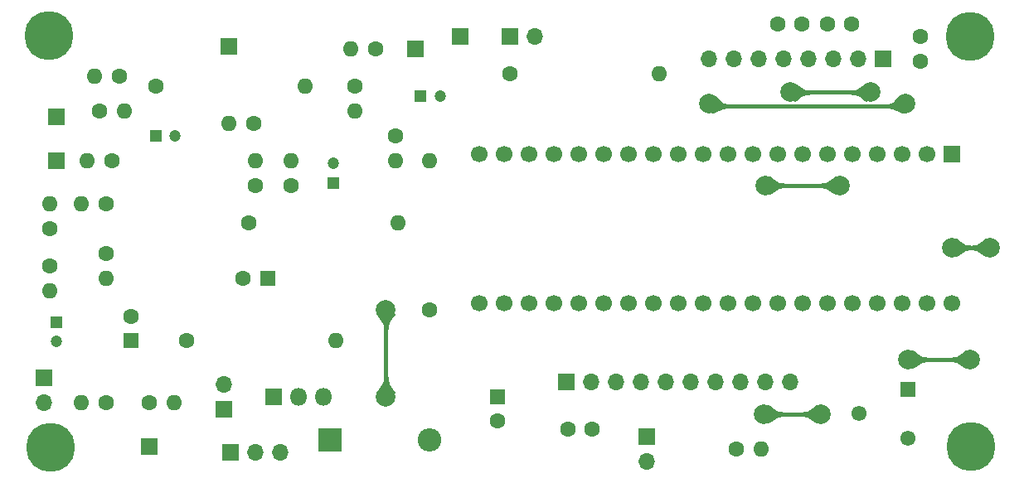
<source format=gtl>
%TF.GenerationSoftware,KiCad,Pcbnew,(5.1.10)-1*%
%TF.CreationDate,2021-06-08T18:49:46-04:00*%
%TF.ProjectId,PSU_main,5053555f-6d61-4696-9e2e-6b696361645f,rev?*%
%TF.SameCoordinates,Original*%
%TF.FileFunction,Copper,L1,Top*%
%TF.FilePolarity,Positive*%
%FSLAX46Y46*%
G04 Gerber Fmt 4.6, Leading zero omitted, Abs format (unit mm)*
G04 Created by KiCad (PCBNEW (5.1.10)-1) date 2021-06-08 18:49:46*
%MOMM*%
%LPD*%
G01*
G04 APERTURE LIST*
%TA.AperFunction,ComponentPad*%
%ADD10C,1.700000*%
%TD*%
%TA.AperFunction,ComponentPad*%
%ADD11R,1.700000X1.700000*%
%TD*%
%TA.AperFunction,ComponentPad*%
%ADD12O,1.600000X1.600000*%
%TD*%
%TA.AperFunction,ComponentPad*%
%ADD13C,1.600000*%
%TD*%
%TA.AperFunction,ComponentPad*%
%ADD14O,1.700000X1.700000*%
%TD*%
%TA.AperFunction,ComponentPad*%
%ADD15C,1.550000*%
%TD*%
%TA.AperFunction,ComponentPad*%
%ADD16R,1.550000X1.550000*%
%TD*%
%TA.AperFunction,ComponentPad*%
%ADD17C,1.200000*%
%TD*%
%TA.AperFunction,ComponentPad*%
%ADD18R,1.200000X1.200000*%
%TD*%
%TA.AperFunction,ComponentPad*%
%ADD19R,1.600000X1.600000*%
%TD*%
%TA.AperFunction,ComponentPad*%
%ADD20R,2.400000X2.400000*%
%TD*%
%TA.AperFunction,ComponentPad*%
%ADD21O,2.400000X2.400000*%
%TD*%
%TA.AperFunction,ComponentPad*%
%ADD22R,1.800000X1.800000*%
%TD*%
%TA.AperFunction,ComponentPad*%
%ADD23O,1.800000X1.800000*%
%TD*%
%TA.AperFunction,ViaPad*%
%ADD24C,5.000000*%
%TD*%
%TA.AperFunction,ViaPad*%
%ADD25C,2.000000*%
%TD*%
%TA.AperFunction,Conductor*%
%ADD26C,0.406400*%
%TD*%
%TA.AperFunction,Conductor*%
%ADD27C,0.025400*%
%TD*%
%TA.AperFunction,Conductor*%
%ADD28C,0.100000*%
%TD*%
G04 APERTURE END LIST*
D10*
%TO.P,BP1,40*%
%TO.N,GND*%
X179705000Y-106045000D03*
D11*
%TO.P,BP1,1*%
%TO.N,Net-(BP?1-Pad1)*%
X179705000Y-90805000D03*
D10*
%TO.P,BP1,39*%
%TO.N,GND*%
X177165000Y-106045000D03*
%TO.P,BP1,2*%
%TO.N,Net-(BP?1-Pad2)*%
X177165000Y-90805000D03*
%TO.P,BP1,38*%
%TO.N,+3V3*%
X174625000Y-106045000D03*
%TO.P,BP1,3*%
%TO.N,Net-(BP?1-Pad3)*%
X174625000Y-90805000D03*
%TO.P,BP1,37*%
%TO.N,Net-(BP?1-Pad37)*%
X172085000Y-106045000D03*
%TO.P,BP1,4*%
%TO.N,Net-(BP?1-Pad4)*%
X172085000Y-90805000D03*
%TO.P,BP1,36*%
%TO.N,Net-(BP?1-Pad36)*%
X169545000Y-106045000D03*
%TO.P,BP1,5*%
%TO.N,Net-(BP?1-Pad5)*%
X169545000Y-90805000D03*
%TO.P,BP1,35*%
%TO.N,Net-(BP?1-Pad35)*%
X167005000Y-106045000D03*
%TO.P,BP1,6*%
%TO.N,Net-(BP?1-Pad6)*%
X167005000Y-90805000D03*
%TO.P,BP1,34*%
%TO.N,Net-(BP?1-Pad34)*%
X164465000Y-106045000D03*
%TO.P,BP1,7*%
%TO.N,A10*%
X164465000Y-90805000D03*
%TO.P,BP1,33*%
%TO.N,Net-(BP?1-Pad33)*%
X161925000Y-106045000D03*
%TO.P,BP1,8*%
%TO.N,Net-(BP?1-Pad8)*%
X161925000Y-90805000D03*
%TO.P,BP1,32*%
%TO.N,A7*%
X159385000Y-106045000D03*
%TO.P,BP1,9*%
%TO.N,Net-(BP?1-Pad9)*%
X159385000Y-90805000D03*
%TO.P,BP1,31*%
%TO.N,A6*%
X156845000Y-106045000D03*
%TO.P,BP1,10*%
%TO.N,Net-(BP?1-Pad10)*%
X156845000Y-90805000D03*
%TO.P,BP1,30*%
%TO.N,Net-(BP?1-Pad30)*%
X154305000Y-106045000D03*
%TO.P,BP1,11*%
%TO.N,Net-(BP?1-Pad11)*%
X154305000Y-90805000D03*
%TO.P,BP1,29*%
%TO.N,Net-(BP?1-Pad29)*%
X151765000Y-106045000D03*
%TO.P,BP1,12*%
%TO.N,B4*%
X151765000Y-90805000D03*
%TO.P,BP1,28*%
%TO.N,Net-(BP?1-Pad28)*%
X149225000Y-106045000D03*
%TO.P,BP1,13*%
%TO.N,Net-(BP?1-Pad13)*%
X149225000Y-90805000D03*
%TO.P,BP1,27*%
%TO.N,Net-(BP?1-Pad27)*%
X146685000Y-106045000D03*
%TO.P,BP1,14*%
%TO.N,Net-(BP?1-Pad14)*%
X146685000Y-90805000D03*
%TO.P,BP1,26*%
%TO.N,A1*%
X144145000Y-106045000D03*
%TO.P,BP1,15*%
%TO.N,Net-(BP?1-Pad15)*%
X144145000Y-90805000D03*
%TO.P,BP1,25*%
%TO.N,A0*%
X141605000Y-106045000D03*
%TO.P,BP1,16*%
%TO.N,Net-(BP?1-Pad16)*%
X141605000Y-90805000D03*
%TO.P,BP1,24*%
%TO.N,Net-(BP?1-Pad24)*%
X139065000Y-106045000D03*
%TO.P,BP1,17*%
%TO.N,Net-(BP?1-Pad17)*%
X139065000Y-90805000D03*
%TO.P,BP1,23*%
%TO.N,Net-(BP?1-Pad23)*%
X136525000Y-106045000D03*
%TO.P,BP1,18*%
%TO.N,+5V*%
X136525000Y-90805000D03*
%TO.P,BP1,22*%
%TO.N,Net-(BP?1-Pad22)*%
X133985000Y-106045000D03*
%TO.P,BP1,19*%
%TO.N,GND*%
X133985000Y-90805000D03*
%TO.P,BP1,21*%
%TO.N,Net-(BP?1-Pad21)*%
X131445000Y-106045000D03*
%TO.P,BP1,20*%
%TO.N,Net-(BP?1-Pad20)*%
X131445000Y-90805000D03*
%TD*%
D12*
%TO.P,R13,2*%
%TO.N,GND*%
X118745000Y-86360000D03*
D13*
%TO.P,R13,1*%
%TO.N,Net-(R12-Pad2)*%
X118745000Y-83820000D03*
%TD*%
D12*
%TO.P,R21,2*%
%TO.N,GND*%
X100330000Y-116205000D03*
D13*
%TO.P,R21,1*%
%TO.N,Net-(J13-Pad1)*%
X97790000Y-116205000D03*
%TD*%
D11*
%TO.P,J10,1*%
%TO.N,GND*%
X140335000Y-114046000D03*
D14*
%TO.P,J10,2*%
%TO.N,+5V*%
X142875000Y-114046000D03*
%TO.P,J10,3*%
%TO.N,Net-(J10-Pad3)*%
X145415000Y-114046000D03*
%TO.P,J10,4*%
%TO.N,Net-(BP?1-Pad29)*%
X147955000Y-114046000D03*
%TO.P,J10,5*%
%TO.N,Net-(BP?1-Pad30)*%
X150495000Y-114046000D03*
%TO.P,J10,6*%
%TO.N,Net-(BP?1-Pad33)*%
X153035000Y-114046000D03*
%TO.P,J10,7*%
%TO.N,Net-(BP?1-Pad34)*%
X155575000Y-114046000D03*
%TO.P,J10,8*%
%TO.N,Net-(BP?1-Pad35)*%
X158115000Y-114046000D03*
%TO.P,J10,9*%
%TO.N,Net-(BP?1-Pad36)*%
X160655000Y-114046000D03*
%TO.P,J10,10*%
%TO.N,Net-(J10-Pad10)*%
X163195000Y-114046000D03*
%TD*%
D15*
%TO.P,RV1,3*%
%TO.N,GND*%
X175260000Y-119808000D03*
D16*
%TO.P,RV1,1*%
%TO.N,+5V*%
X175260000Y-114808000D03*
D15*
%TO.P,RV1,2*%
%TO.N,Net-(J10-Pad3)*%
X170260000Y-117308000D03*
%TD*%
D11*
%TO.P,J13,1*%
%TO.N,Net-(J13-Pad1)*%
X97790000Y-120650000D03*
%TD*%
D13*
%TO.P,C5,1*%
%TO.N,+5V*%
X143002000Y-118872000D03*
%TO.P,C5,2*%
%TO.N,GND*%
X140502000Y-118872000D03*
%TD*%
D14*
%TO.P,J12,2*%
%TO.N,GND*%
X148590000Y-122174000D03*
D11*
%TO.P,J12,1*%
%TO.N,+5V*%
X148590000Y-119634000D03*
%TD*%
D17*
%TO.P,C1,2*%
%TO.N,GND*%
X116586000Y-91726000D03*
D18*
%TO.P,C1,1*%
%TO.N,Net-(C1-Pad1)*%
X116586000Y-93726000D03*
%TD*%
%TO.P,C2,1*%
%TO.N,Net-(C2-Pad1)*%
X125476000Y-84836000D03*
D17*
%TO.P,C2,2*%
%TO.N,GND*%
X127476000Y-84836000D03*
%TD*%
D18*
%TO.P,C3,1*%
%TO.N,Net-(C3-Pad1)*%
X88265000Y-107950000D03*
D17*
%TO.P,C3,2*%
%TO.N,GND*%
X88265000Y-109950000D03*
%TD*%
%TO.P,C4,2*%
%TO.N,GND*%
X100425000Y-88900000D03*
D18*
%TO.P,C4,1*%
%TO.N,Net-(C4-Pad1)*%
X98425000Y-88900000D03*
%TD*%
D13*
%TO.P,C6,2*%
%TO.N,GND*%
X95885000Y-107355000D03*
D19*
%TO.P,C6,1*%
%TO.N,+12V*%
X95885000Y-109855000D03*
%TD*%
%TO.P,C7,1*%
%TO.N,+5V*%
X133350000Y-115570000D03*
D13*
%TO.P,C7,2*%
%TO.N,GND*%
X133350000Y-118070000D03*
%TD*%
D19*
%TO.P,C8,1*%
%TO.N,GND*%
X109855000Y-103505000D03*
D13*
%TO.P,C8,2*%
%TO.N,11*%
X107355000Y-103505000D03*
%TD*%
%TO.P,C9,2*%
%TO.N,Net-(BP?1-Pad5)*%
X164425000Y-77470000D03*
%TO.P,C9,1*%
%TO.N,GND*%
X161925000Y-77470000D03*
%TD*%
%TO.P,C10,2*%
%TO.N,GND*%
X169505000Y-77470000D03*
%TO.P,C10,1*%
%TO.N,Net-(BP?1-Pad10)*%
X167005000Y-77470000D03*
%TD*%
%TO.P,C11,1*%
%TO.N,GND*%
X176530000Y-81280000D03*
%TO.P,C11,2*%
%TO.N,Net-(BP?1-Pad6)*%
X176530000Y-78780000D03*
%TD*%
D20*
%TO.P,D1,1*%
%TO.N,Net-(D1-Pad1)*%
X116205000Y-120015000D03*
D21*
%TO.P,D1,2*%
%TO.N,11*%
X126365000Y-120015000D03*
%TD*%
D11*
%TO.P,J1,1*%
%TO.N,Net-(J1-Pad1)*%
X88265000Y-86995000D03*
%TD*%
%TO.P,J2,1*%
%TO.N,Net-(J2-Pad1)*%
X88265000Y-91440000D03*
%TD*%
%TO.P,J4,1*%
%TO.N,Net-(C2-Pad1)*%
X124968000Y-80010000D03*
%TD*%
%TO.P,J5,1*%
%TO.N,Net-(J5-Pad1)*%
X105918000Y-79756000D03*
%TD*%
%TO.P,J6,1*%
%TO.N,GND*%
X172720000Y-81026000D03*
D14*
%TO.P,J6,2*%
%TO.N,Net-(BP?1-Pad6)*%
X170180000Y-81026000D03*
%TO.P,J6,3*%
%TO.N,Net-(BP?1-Pad10)*%
X167640000Y-81026000D03*
%TO.P,J6,4*%
%TO.N,Net-(BP?1-Pad5)*%
X165100000Y-81026000D03*
%TO.P,J6,5*%
%TO.N,Net-(BP?1-Pad11)*%
X162560000Y-81026000D03*
%TO.P,J6,6*%
%TO.N,Net-(BP?1-Pad17)*%
X160020000Y-81026000D03*
%TO.P,J6,7*%
%TO.N,Net-(BP?1-Pad16)*%
X157480000Y-81026000D03*
%TO.P,J6,8*%
%TO.N,+3V3*%
X154940000Y-81026000D03*
%TD*%
%TO.P,J7,2*%
%TO.N,Net-(J7-Pad2)*%
X105410000Y-114300000D03*
D11*
%TO.P,J7,1*%
%TO.N,+12V*%
X105410000Y-116840000D03*
%TD*%
%TO.P,J8,1*%
%TO.N,Net-(J8-Pad1)*%
X129540000Y-78740000D03*
%TD*%
D14*
%TO.P,J9,2*%
%TO.N,GND*%
X137160000Y-78740000D03*
D11*
%TO.P,J9,1*%
%TO.N,Net-(J8-Pad1)*%
X134620000Y-78740000D03*
%TD*%
D14*
%TO.P,J11,2*%
%TO.N,GND*%
X86995000Y-116205000D03*
D11*
%TO.P,J11,1*%
%TO.N,Vout*%
X86995000Y-113665000D03*
%TD*%
%TO.P,J14,1*%
%TO.N,+12V*%
X106045000Y-121285000D03*
D14*
%TO.P,J14,2*%
%TO.N,GND*%
X108585000Y-121285000D03*
%TO.P,J14,3*%
%TO.N,Net-(D1-Pad1)*%
X111125000Y-121285000D03*
%TD*%
D22*
%TO.P,Q1,1*%
%TO.N,GND*%
X110490000Y-115570000D03*
D23*
%TO.P,Q1,2*%
%TO.N,Net-(J7-Pad2)*%
X113030000Y-115570000D03*
%TO.P,Q1,3*%
%TO.N,Net-(Q1-Pad3)*%
X115570000Y-115570000D03*
%TD*%
D13*
%TO.P,R2,1*%
%TO.N,Net-(C1-Pad1)*%
X107950000Y-97790000D03*
D12*
%TO.P,R2,2*%
%TO.N,A6*%
X123190000Y-97790000D03*
%TD*%
%TO.P,R17,2*%
%TO.N,A10*%
X126365000Y-91440000D03*
D13*
%TO.P,R17,1*%
%TO.N,Net-(Q1-Pad3)*%
X126365000Y-106680000D03*
%TD*%
D12*
%TO.P,R18,2*%
%TO.N,B4*%
X149860000Y-82550000D03*
D13*
%TO.P,R18,1*%
%TO.N,Net-(J8-Pad1)*%
X134620000Y-82550000D03*
%TD*%
%TO.P,R9,1*%
%TO.N,Net-(R9-Pad1)*%
X93345000Y-100965000D03*
D12*
%TO.P,R9,2*%
%TO.N,Net-(C3-Pad1)*%
X93345000Y-103505000D03*
%TD*%
D13*
%TO.P,R1,1*%
%TO.N,Net-(J1-Pad1)*%
X93345000Y-95885000D03*
D12*
%TO.P,R1,2*%
%TO.N,Net-(J2-Pad1)*%
X90805000Y-95885000D03*
%TD*%
D13*
%TO.P,R4,1*%
%TO.N,Net-(R4-Pad1)*%
X93980000Y-91440000D03*
D12*
%TO.P,R4,2*%
%TO.N,Net-(J1-Pad1)*%
X91440000Y-91440000D03*
%TD*%
%TO.P,R3,2*%
%TO.N,Vout*%
X87630000Y-104775000D03*
D13*
%TO.P,R3,1*%
%TO.N,Net-(R3-Pad1)*%
X87630000Y-102235000D03*
%TD*%
%TO.P,R5,1*%
%TO.N,Net-(R3-Pad1)*%
X87630000Y-98425000D03*
D12*
%TO.P,R5,2*%
%TO.N,GND*%
X87630000Y-95885000D03*
%TD*%
D13*
%TO.P,R11,1*%
%TO.N,Net-(R11-Pad1)*%
X108585000Y-93980000D03*
D12*
%TO.P,R11,2*%
%TO.N,Net-(R11-Pad2)*%
X108585000Y-91440000D03*
%TD*%
%TO.P,R7,2*%
%TO.N,GND*%
X112268000Y-91440000D03*
D13*
%TO.P,R7,1*%
%TO.N,Net-(R11-Pad1)*%
X112268000Y-93980000D03*
%TD*%
%TO.P,R16,1*%
%TO.N,Net-(R11-Pad2)*%
X108458000Y-87630000D03*
D12*
%TO.P,R16,2*%
%TO.N,Net-(J5-Pad1)*%
X105918000Y-87630000D03*
%TD*%
D13*
%TO.P,R6,1*%
%TO.N,Net-(R10-Pad1)*%
X94742000Y-82854800D03*
D12*
%TO.P,R6,2*%
%TO.N,GND*%
X92202000Y-82854800D03*
%TD*%
D13*
%TO.P,R10,1*%
%TO.N,Net-(R10-Pad1)*%
X92710000Y-86360000D03*
D12*
%TO.P,R10,2*%
%TO.N,Net-(C4-Pad1)*%
X95250000Y-86360000D03*
%TD*%
D13*
%TO.P,R15,1*%
%TO.N,Net-(C4-Pad1)*%
X98425000Y-83820000D03*
D12*
%TO.P,R15,2*%
%TO.N,A1*%
X113665000Y-83820000D03*
%TD*%
D13*
%TO.P,R14,1*%
%TO.N,Net-(C3-Pad1)*%
X101600000Y-109855000D03*
D12*
%TO.P,R14,2*%
%TO.N,A0*%
X116840000Y-109855000D03*
%TD*%
D13*
%TO.P,R8,1*%
%TO.N,Net-(C2-Pad1)*%
X122936000Y-88900000D03*
D12*
%TO.P,R8,2*%
%TO.N,A7*%
X122936000Y-91440000D03*
%TD*%
D13*
%TO.P,R12,1*%
%TO.N,Net-(C2-Pad1)*%
X120904000Y-80010000D03*
D12*
%TO.P,R12,2*%
%TO.N,Net-(R12-Pad2)*%
X118364000Y-80010000D03*
%TD*%
D13*
%TO.P,R19,1*%
%TO.N,+5V*%
X157734000Y-120904000D03*
D12*
%TO.P,R19,2*%
%TO.N,Net-(J10-Pad10)*%
X160274000Y-120904000D03*
%TD*%
D13*
%TO.P,R20,1*%
%TO.N,Net-(J13-Pad1)*%
X93345000Y-116205000D03*
D12*
%TO.P,R20,2*%
%TO.N,Vout*%
X90805000Y-116205000D03*
%TD*%
D24*
%TO.N,*%
X181648100Y-120637300D03*
X181610000Y-78727300D03*
X87515700Y-78701900D03*
X87668100Y-120713500D03*
D25*
%TO.N,+3V3*%
X154940000Y-85598000D03*
X179705000Y-100330000D03*
X183642000Y-100330000D03*
X175006000Y-85598000D03*
%TO.N,Net-(BP?1-Pad5)*%
X163195000Y-84455000D03*
X171450000Y-84455000D03*
%TO.N,+5V*%
X160655000Y-93980000D03*
X168275000Y-93980000D03*
X181610000Y-111760000D03*
X175260000Y-111760000D03*
%TO.N,Net-(J10-Pad3)*%
X160528000Y-117348000D03*
X166370000Y-117348000D03*
%TO.N,Net-(Q1-Pad3)*%
X121920000Y-115570000D03*
X121920000Y-106680000D03*
%TD*%
D26*
%TO.N,+3V3*%
X174745799Y-85858201D02*
X175006000Y-85598000D01*
X155200201Y-85858201D02*
X174745799Y-85858201D01*
X154940000Y-85598000D02*
X155200201Y-85858201D01*
X179705000Y-100330000D02*
X183642000Y-100330000D01*
%TO.N,Net-(BP?1-Pad5)*%
X163195000Y-84455000D02*
X171450000Y-84455000D01*
%TO.N,+5V*%
X160655000Y-93980000D02*
X168275000Y-93980000D01*
X175260000Y-111760000D02*
X181610000Y-111760000D01*
%TO.N,Net-(J10-Pad3)*%
X160528000Y-117348000D02*
X166370000Y-117348000D01*
%TO.N,Net-(Q1-Pad3)*%
X121920000Y-115570000D02*
X121920000Y-106680000D01*
%TD*%
D27*
%TO.N,+3V3*%
X155725531Y-84980994D02*
X155843925Y-85104791D01*
X155948412Y-85220961D01*
X155948494Y-85221052D01*
X156046291Y-85327688D01*
X156046818Y-85328230D01*
X156145129Y-85423385D01*
X156146206Y-85424316D01*
X156252375Y-85506196D01*
X156254007Y-85507265D01*
X156375374Y-85574074D01*
X156377334Y-85574946D01*
X156521240Y-85624890D01*
X156523154Y-85625391D01*
X156696941Y-85656673D01*
X156698540Y-85656857D01*
X156897501Y-85667066D01*
X156897501Y-86049211D01*
X156655760Y-86059120D01*
X156654559Y-86059226D01*
X156443241Y-86088133D01*
X156441926Y-86088384D01*
X156263542Y-86132306D01*
X156262302Y-86132679D01*
X156107183Y-86188138D01*
X156106259Y-86188510D01*
X155964736Y-86252025D01*
X155964303Y-86252229D01*
X155826709Y-86320318D01*
X155683795Y-86389298D01*
X155525793Y-86455782D01*
X155342973Y-86516380D01*
X155133968Y-86565706D01*
X154474764Y-85473227D01*
X155592233Y-84857190D01*
X155725531Y-84980994D01*
%TA.AperFunction,Conductor*%
D28*
G36*
X155725531Y-84980994D02*
G01*
X155843925Y-85104791D01*
X155948412Y-85220961D01*
X155948494Y-85221052D01*
X156046291Y-85327688D01*
X156046818Y-85328230D01*
X156145129Y-85423385D01*
X156146206Y-85424316D01*
X156252375Y-85506196D01*
X156254007Y-85507265D01*
X156375374Y-85574074D01*
X156377334Y-85574946D01*
X156521240Y-85624890D01*
X156523154Y-85625391D01*
X156696941Y-85656673D01*
X156698540Y-85656857D01*
X156897501Y-85667066D01*
X156897501Y-86049211D01*
X156655760Y-86059120D01*
X156654559Y-86059226D01*
X156443241Y-86088133D01*
X156441926Y-86088384D01*
X156263542Y-86132306D01*
X156262302Y-86132679D01*
X156107183Y-86188138D01*
X156106259Y-86188510D01*
X155964736Y-86252025D01*
X155964303Y-86252229D01*
X155826709Y-86320318D01*
X155683795Y-86389298D01*
X155525793Y-86455782D01*
X155342973Y-86516380D01*
X155133968Y-86565706D01*
X154474764Y-85473227D01*
X155592233Y-84857190D01*
X155725531Y-84980994D01*
G37*
%TD.AperFunction*%
%TD*%
D27*
%TO.N,+3V3*%
X175471236Y-85473227D02*
X174812032Y-86565706D01*
X174603026Y-86516380D01*
X174420206Y-86455782D01*
X174262204Y-86389298D01*
X174119290Y-86320318D01*
X173981696Y-86252229D01*
X173981263Y-86252025D01*
X173839740Y-86188510D01*
X173838816Y-86188138D01*
X173683697Y-86132679D01*
X173682457Y-86132306D01*
X173504073Y-86088384D01*
X173502758Y-86088133D01*
X173291440Y-86059226D01*
X173290239Y-86059120D01*
X173048499Y-86049211D01*
X173048499Y-85667066D01*
X173247459Y-85656857D01*
X173249058Y-85656673D01*
X173422845Y-85625391D01*
X173424759Y-85624890D01*
X173568665Y-85574946D01*
X173570625Y-85574074D01*
X173691992Y-85507265D01*
X173693624Y-85506196D01*
X173799793Y-85424316D01*
X173800870Y-85423385D01*
X173899181Y-85328230D01*
X173899708Y-85327688D01*
X173997505Y-85221052D01*
X173997587Y-85220961D01*
X174102074Y-85104791D01*
X174220468Y-84980994D01*
X174353767Y-84857190D01*
X175471236Y-85473227D01*
%TA.AperFunction,Conductor*%
D28*
G36*
X175471236Y-85473227D02*
G01*
X174812032Y-86565706D01*
X174603026Y-86516380D01*
X174420206Y-86455782D01*
X174262204Y-86389298D01*
X174119290Y-86320318D01*
X173981696Y-86252229D01*
X173981263Y-86252025D01*
X173839740Y-86188510D01*
X173838816Y-86188138D01*
X173683697Y-86132679D01*
X173682457Y-86132306D01*
X173504073Y-86088384D01*
X173502758Y-86088133D01*
X173291440Y-86059226D01*
X173290239Y-86059120D01*
X173048499Y-86049211D01*
X173048499Y-85667066D01*
X173247459Y-85656857D01*
X173249058Y-85656673D01*
X173422845Y-85625391D01*
X173424759Y-85624890D01*
X173568665Y-85574946D01*
X173570625Y-85574074D01*
X173691992Y-85507265D01*
X173693624Y-85506196D01*
X173799793Y-85424316D01*
X173800870Y-85423385D01*
X173899181Y-85328230D01*
X173899708Y-85327688D01*
X173997505Y-85221052D01*
X173997587Y-85220961D01*
X174102074Y-85104791D01*
X174220468Y-84980994D01*
X174353767Y-84857190D01*
X175471236Y-85473227D01*
G37*
%TD.AperFunction*%
%TD*%
D27*
%TO.N,+3V3*%
X180317832Y-99539343D02*
X180470984Y-99637618D01*
X180603595Y-99733833D01*
X180724544Y-99825622D01*
X180724809Y-99825817D01*
X180842526Y-99910441D01*
X180843341Y-99910980D01*
X180966498Y-99985865D01*
X180967827Y-99986569D01*
X181105168Y-100049197D01*
X181106804Y-100049811D01*
X181267073Y-100097664D01*
X181268709Y-100098037D01*
X181460649Y-100128596D01*
X181462059Y-100128740D01*
X181682300Y-100138926D01*
X181682300Y-100521074D01*
X181462059Y-100531259D01*
X181460649Y-100531403D01*
X181268709Y-100561962D01*
X181267073Y-100562335D01*
X181106804Y-100610188D01*
X181105168Y-100610802D01*
X180967827Y-100673430D01*
X180966498Y-100674134D01*
X180843341Y-100749019D01*
X180842526Y-100749558D01*
X180724809Y-100834182D01*
X180724544Y-100834377D01*
X180603595Y-100926166D01*
X180470984Y-101022381D01*
X180317832Y-101120656D01*
X180143030Y-101214439D01*
X179223322Y-100330000D01*
X180143030Y-99445561D01*
X180317832Y-99539343D01*
%TA.AperFunction,Conductor*%
D28*
G36*
X180317832Y-99539343D02*
G01*
X180470984Y-99637618D01*
X180603595Y-99733833D01*
X180724544Y-99825622D01*
X180724809Y-99825817D01*
X180842526Y-99910441D01*
X180843341Y-99910980D01*
X180966498Y-99985865D01*
X180967827Y-99986569D01*
X181105168Y-100049197D01*
X181106804Y-100049811D01*
X181267073Y-100097664D01*
X181268709Y-100098037D01*
X181460649Y-100128596D01*
X181462059Y-100128740D01*
X181682300Y-100138926D01*
X181682300Y-100521074D01*
X181462059Y-100531259D01*
X181460649Y-100531403D01*
X181268709Y-100561962D01*
X181267073Y-100562335D01*
X181106804Y-100610188D01*
X181105168Y-100610802D01*
X180967827Y-100673430D01*
X180966498Y-100674134D01*
X180843341Y-100749019D01*
X180842526Y-100749558D01*
X180724809Y-100834182D01*
X180724544Y-100834377D01*
X180603595Y-100926166D01*
X180470984Y-101022381D01*
X180317832Y-101120656D01*
X180143030Y-101214439D01*
X179223322Y-100330000D01*
X180143030Y-99445561D01*
X180317832Y-99539343D01*
G37*
%TD.AperFunction*%
%TD*%
D27*
%TO.N,+3V3*%
X184123678Y-100330000D02*
X183203970Y-101214439D01*
X183029167Y-101120656D01*
X182876015Y-101022381D01*
X182743404Y-100926166D01*
X182622455Y-100834377D01*
X182622190Y-100834182D01*
X182504473Y-100749558D01*
X182503658Y-100749019D01*
X182380501Y-100674134D01*
X182379172Y-100673430D01*
X182241831Y-100610802D01*
X182240195Y-100610188D01*
X182079926Y-100562335D01*
X182078290Y-100561962D01*
X181886350Y-100531403D01*
X181884940Y-100531259D01*
X181664700Y-100521074D01*
X181664700Y-100138926D01*
X181884940Y-100128740D01*
X181886350Y-100128596D01*
X182078290Y-100098037D01*
X182079926Y-100097664D01*
X182240195Y-100049811D01*
X182241831Y-100049197D01*
X182379172Y-99986569D01*
X182380501Y-99985865D01*
X182503658Y-99910980D01*
X182504473Y-99910441D01*
X182622190Y-99825817D01*
X182622455Y-99825622D01*
X182743404Y-99733833D01*
X182876015Y-99637618D01*
X183029167Y-99539343D01*
X183203970Y-99445561D01*
X184123678Y-100330000D01*
%TA.AperFunction,Conductor*%
D28*
G36*
X184123678Y-100330000D02*
G01*
X183203970Y-101214439D01*
X183029167Y-101120656D01*
X182876015Y-101022381D01*
X182743404Y-100926166D01*
X182622455Y-100834377D01*
X182622190Y-100834182D01*
X182504473Y-100749558D01*
X182503658Y-100749019D01*
X182380501Y-100674134D01*
X182379172Y-100673430D01*
X182241831Y-100610802D01*
X182240195Y-100610188D01*
X182079926Y-100562335D01*
X182078290Y-100561962D01*
X181886350Y-100531403D01*
X181884940Y-100531259D01*
X181664700Y-100521074D01*
X181664700Y-100138926D01*
X181884940Y-100128740D01*
X181886350Y-100128596D01*
X182078290Y-100098037D01*
X182079926Y-100097664D01*
X182240195Y-100049811D01*
X182241831Y-100049197D01*
X182379172Y-99986569D01*
X182380501Y-99985865D01*
X182503658Y-99910980D01*
X182504473Y-99910441D01*
X182622190Y-99825817D01*
X182622455Y-99825622D01*
X182743404Y-99733833D01*
X182876015Y-99637618D01*
X183029167Y-99539343D01*
X183203970Y-99445561D01*
X184123678Y-100330000D01*
G37*
%TD.AperFunction*%
%TD*%
D27*
%TO.N,Net-(BP?1-Pad5)*%
X163807832Y-83664343D02*
X163960984Y-83762618D01*
X164093595Y-83858833D01*
X164214544Y-83950622D01*
X164214809Y-83950817D01*
X164332526Y-84035441D01*
X164333341Y-84035980D01*
X164456498Y-84110865D01*
X164457827Y-84111569D01*
X164595168Y-84174197D01*
X164596804Y-84174811D01*
X164757073Y-84222664D01*
X164758709Y-84223037D01*
X164950649Y-84253596D01*
X164952059Y-84253740D01*
X165172300Y-84263926D01*
X165172300Y-84646074D01*
X164952059Y-84656259D01*
X164950649Y-84656403D01*
X164758709Y-84686962D01*
X164757073Y-84687335D01*
X164596804Y-84735188D01*
X164595168Y-84735802D01*
X164457827Y-84798430D01*
X164456498Y-84799134D01*
X164333341Y-84874019D01*
X164332526Y-84874558D01*
X164214809Y-84959182D01*
X164214544Y-84959377D01*
X164093595Y-85051166D01*
X163960984Y-85147381D01*
X163807832Y-85245656D01*
X163633030Y-85339439D01*
X162713322Y-84455000D01*
X163633030Y-83570561D01*
X163807832Y-83664343D01*
%TA.AperFunction,Conductor*%
D28*
G36*
X163807832Y-83664343D02*
G01*
X163960984Y-83762618D01*
X164093595Y-83858833D01*
X164214544Y-83950622D01*
X164214809Y-83950817D01*
X164332526Y-84035441D01*
X164333341Y-84035980D01*
X164456498Y-84110865D01*
X164457827Y-84111569D01*
X164595168Y-84174197D01*
X164596804Y-84174811D01*
X164757073Y-84222664D01*
X164758709Y-84223037D01*
X164950649Y-84253596D01*
X164952059Y-84253740D01*
X165172300Y-84263926D01*
X165172300Y-84646074D01*
X164952059Y-84656259D01*
X164950649Y-84656403D01*
X164758709Y-84686962D01*
X164757073Y-84687335D01*
X164596804Y-84735188D01*
X164595168Y-84735802D01*
X164457827Y-84798430D01*
X164456498Y-84799134D01*
X164333341Y-84874019D01*
X164332526Y-84874558D01*
X164214809Y-84959182D01*
X164214544Y-84959377D01*
X164093595Y-85051166D01*
X163960984Y-85147381D01*
X163807832Y-85245656D01*
X163633030Y-85339439D01*
X162713322Y-84455000D01*
X163633030Y-83570561D01*
X163807832Y-83664343D01*
G37*
%TD.AperFunction*%
%TD*%
D27*
%TO.N,Net-(BP?1-Pad5)*%
X171931678Y-84455000D02*
X171011970Y-85339439D01*
X170837167Y-85245656D01*
X170684015Y-85147381D01*
X170551404Y-85051166D01*
X170430455Y-84959377D01*
X170430190Y-84959182D01*
X170312473Y-84874558D01*
X170311658Y-84874019D01*
X170188501Y-84799134D01*
X170187172Y-84798430D01*
X170049831Y-84735802D01*
X170048195Y-84735188D01*
X169887926Y-84687335D01*
X169886290Y-84686962D01*
X169694350Y-84656403D01*
X169692940Y-84656259D01*
X169472700Y-84646074D01*
X169472700Y-84263926D01*
X169692940Y-84253740D01*
X169694350Y-84253596D01*
X169886290Y-84223037D01*
X169887926Y-84222664D01*
X170048195Y-84174811D01*
X170049831Y-84174197D01*
X170187172Y-84111569D01*
X170188501Y-84110865D01*
X170311658Y-84035980D01*
X170312473Y-84035441D01*
X170430190Y-83950817D01*
X170430455Y-83950622D01*
X170551404Y-83858833D01*
X170684015Y-83762618D01*
X170837167Y-83664343D01*
X171011970Y-83570561D01*
X171931678Y-84455000D01*
%TA.AperFunction,Conductor*%
D28*
G36*
X171931678Y-84455000D02*
G01*
X171011970Y-85339439D01*
X170837167Y-85245656D01*
X170684015Y-85147381D01*
X170551404Y-85051166D01*
X170430455Y-84959377D01*
X170430190Y-84959182D01*
X170312473Y-84874558D01*
X170311658Y-84874019D01*
X170188501Y-84799134D01*
X170187172Y-84798430D01*
X170049831Y-84735802D01*
X170048195Y-84735188D01*
X169887926Y-84687335D01*
X169886290Y-84686962D01*
X169694350Y-84656403D01*
X169692940Y-84656259D01*
X169472700Y-84646074D01*
X169472700Y-84263926D01*
X169692940Y-84253740D01*
X169694350Y-84253596D01*
X169886290Y-84223037D01*
X169887926Y-84222664D01*
X170048195Y-84174811D01*
X170049831Y-84174197D01*
X170187172Y-84111569D01*
X170188501Y-84110865D01*
X170311658Y-84035980D01*
X170312473Y-84035441D01*
X170430190Y-83950817D01*
X170430455Y-83950622D01*
X170551404Y-83858833D01*
X170684015Y-83762618D01*
X170837167Y-83664343D01*
X171011970Y-83570561D01*
X171931678Y-84455000D01*
G37*
%TD.AperFunction*%
%TD*%
D27*
%TO.N,+5V*%
X161267832Y-93189343D02*
X161420984Y-93287618D01*
X161553595Y-93383833D01*
X161674544Y-93475622D01*
X161674809Y-93475817D01*
X161792526Y-93560441D01*
X161793341Y-93560980D01*
X161916498Y-93635865D01*
X161917827Y-93636569D01*
X162055168Y-93699197D01*
X162056804Y-93699811D01*
X162217073Y-93747664D01*
X162218709Y-93748037D01*
X162410649Y-93778596D01*
X162412059Y-93778740D01*
X162632300Y-93788926D01*
X162632300Y-94171074D01*
X162412059Y-94181259D01*
X162410649Y-94181403D01*
X162218709Y-94211962D01*
X162217073Y-94212335D01*
X162056804Y-94260188D01*
X162055168Y-94260802D01*
X161917827Y-94323430D01*
X161916498Y-94324134D01*
X161793341Y-94399019D01*
X161792526Y-94399558D01*
X161674809Y-94484182D01*
X161674544Y-94484377D01*
X161553595Y-94576166D01*
X161420984Y-94672381D01*
X161267832Y-94770656D01*
X161093030Y-94864439D01*
X160173322Y-93980000D01*
X161093030Y-93095561D01*
X161267832Y-93189343D01*
%TA.AperFunction,Conductor*%
D28*
G36*
X161267832Y-93189343D02*
G01*
X161420984Y-93287618D01*
X161553595Y-93383833D01*
X161674544Y-93475622D01*
X161674809Y-93475817D01*
X161792526Y-93560441D01*
X161793341Y-93560980D01*
X161916498Y-93635865D01*
X161917827Y-93636569D01*
X162055168Y-93699197D01*
X162056804Y-93699811D01*
X162217073Y-93747664D01*
X162218709Y-93748037D01*
X162410649Y-93778596D01*
X162412059Y-93778740D01*
X162632300Y-93788926D01*
X162632300Y-94171074D01*
X162412059Y-94181259D01*
X162410649Y-94181403D01*
X162218709Y-94211962D01*
X162217073Y-94212335D01*
X162056804Y-94260188D01*
X162055168Y-94260802D01*
X161917827Y-94323430D01*
X161916498Y-94324134D01*
X161793341Y-94399019D01*
X161792526Y-94399558D01*
X161674809Y-94484182D01*
X161674544Y-94484377D01*
X161553595Y-94576166D01*
X161420984Y-94672381D01*
X161267832Y-94770656D01*
X161093030Y-94864439D01*
X160173322Y-93980000D01*
X161093030Y-93095561D01*
X161267832Y-93189343D01*
G37*
%TD.AperFunction*%
%TD*%
D27*
%TO.N,+5V*%
X168756678Y-93980000D02*
X167836970Y-94864439D01*
X167662167Y-94770656D01*
X167509015Y-94672381D01*
X167376404Y-94576166D01*
X167255455Y-94484377D01*
X167255190Y-94484182D01*
X167137473Y-94399558D01*
X167136658Y-94399019D01*
X167013501Y-94324134D01*
X167012172Y-94323430D01*
X166874831Y-94260802D01*
X166873195Y-94260188D01*
X166712926Y-94212335D01*
X166711290Y-94211962D01*
X166519350Y-94181403D01*
X166517940Y-94181259D01*
X166297700Y-94171074D01*
X166297700Y-93788926D01*
X166517940Y-93778740D01*
X166519350Y-93778596D01*
X166711290Y-93748037D01*
X166712926Y-93747664D01*
X166873195Y-93699811D01*
X166874831Y-93699197D01*
X167012172Y-93636569D01*
X167013501Y-93635865D01*
X167136658Y-93560980D01*
X167137473Y-93560441D01*
X167255190Y-93475817D01*
X167255455Y-93475622D01*
X167376404Y-93383833D01*
X167509015Y-93287618D01*
X167662167Y-93189343D01*
X167836970Y-93095561D01*
X168756678Y-93980000D01*
%TA.AperFunction,Conductor*%
D28*
G36*
X168756678Y-93980000D02*
G01*
X167836970Y-94864439D01*
X167662167Y-94770656D01*
X167509015Y-94672381D01*
X167376404Y-94576166D01*
X167255455Y-94484377D01*
X167255190Y-94484182D01*
X167137473Y-94399558D01*
X167136658Y-94399019D01*
X167013501Y-94324134D01*
X167012172Y-94323430D01*
X166874831Y-94260802D01*
X166873195Y-94260188D01*
X166712926Y-94212335D01*
X166711290Y-94211962D01*
X166519350Y-94181403D01*
X166517940Y-94181259D01*
X166297700Y-94171074D01*
X166297700Y-93788926D01*
X166517940Y-93778740D01*
X166519350Y-93778596D01*
X166711290Y-93748037D01*
X166712926Y-93747664D01*
X166873195Y-93699811D01*
X166874831Y-93699197D01*
X167012172Y-93636569D01*
X167013501Y-93635865D01*
X167136658Y-93560980D01*
X167137473Y-93560441D01*
X167255190Y-93475817D01*
X167255455Y-93475622D01*
X167376404Y-93383833D01*
X167509015Y-93287618D01*
X167662167Y-93189343D01*
X167836970Y-93095561D01*
X168756678Y-93980000D01*
G37*
%TD.AperFunction*%
%TD*%
D27*
%TO.N,+5V*%
X182091678Y-111760000D02*
X181171970Y-112644439D01*
X180997167Y-112550656D01*
X180844015Y-112452381D01*
X180711404Y-112356166D01*
X180590455Y-112264377D01*
X180590190Y-112264182D01*
X180472473Y-112179558D01*
X180471658Y-112179019D01*
X180348501Y-112104134D01*
X180347172Y-112103430D01*
X180209831Y-112040802D01*
X180208195Y-112040188D01*
X180047926Y-111992335D01*
X180046290Y-111991962D01*
X179854350Y-111961403D01*
X179852940Y-111961259D01*
X179632700Y-111951074D01*
X179632700Y-111568926D01*
X179852940Y-111558740D01*
X179854350Y-111558596D01*
X180046290Y-111528037D01*
X180047926Y-111527664D01*
X180208195Y-111479811D01*
X180209831Y-111479197D01*
X180347172Y-111416569D01*
X180348501Y-111415865D01*
X180471658Y-111340980D01*
X180472473Y-111340441D01*
X180590190Y-111255817D01*
X180590455Y-111255622D01*
X180711404Y-111163833D01*
X180844015Y-111067618D01*
X180997167Y-110969343D01*
X181171970Y-110875561D01*
X182091678Y-111760000D01*
%TA.AperFunction,Conductor*%
D28*
G36*
X182091678Y-111760000D02*
G01*
X181171970Y-112644439D01*
X180997167Y-112550656D01*
X180844015Y-112452381D01*
X180711404Y-112356166D01*
X180590455Y-112264377D01*
X180590190Y-112264182D01*
X180472473Y-112179558D01*
X180471658Y-112179019D01*
X180348501Y-112104134D01*
X180347172Y-112103430D01*
X180209831Y-112040802D01*
X180208195Y-112040188D01*
X180047926Y-111992335D01*
X180046290Y-111991962D01*
X179854350Y-111961403D01*
X179852940Y-111961259D01*
X179632700Y-111951074D01*
X179632700Y-111568926D01*
X179852940Y-111558740D01*
X179854350Y-111558596D01*
X180046290Y-111528037D01*
X180047926Y-111527664D01*
X180208195Y-111479811D01*
X180209831Y-111479197D01*
X180347172Y-111416569D01*
X180348501Y-111415865D01*
X180471658Y-111340980D01*
X180472473Y-111340441D01*
X180590190Y-111255817D01*
X180590455Y-111255622D01*
X180711404Y-111163833D01*
X180844015Y-111067618D01*
X180997167Y-110969343D01*
X181171970Y-110875561D01*
X182091678Y-111760000D01*
G37*
%TD.AperFunction*%
%TD*%
D27*
%TO.N,+5V*%
X175872832Y-110969343D02*
X176025984Y-111067618D01*
X176158595Y-111163833D01*
X176279544Y-111255622D01*
X176279809Y-111255817D01*
X176397526Y-111340441D01*
X176398341Y-111340980D01*
X176521498Y-111415865D01*
X176522827Y-111416569D01*
X176660168Y-111479197D01*
X176661804Y-111479811D01*
X176822073Y-111527664D01*
X176823709Y-111528037D01*
X177015649Y-111558596D01*
X177017059Y-111558740D01*
X177237300Y-111568926D01*
X177237300Y-111951074D01*
X177017059Y-111961259D01*
X177015649Y-111961403D01*
X176823709Y-111991962D01*
X176822073Y-111992335D01*
X176661804Y-112040188D01*
X176660168Y-112040802D01*
X176522827Y-112103430D01*
X176521498Y-112104134D01*
X176398341Y-112179019D01*
X176397526Y-112179558D01*
X176279809Y-112264182D01*
X176279544Y-112264377D01*
X176158595Y-112356166D01*
X176025984Y-112452381D01*
X175872832Y-112550656D01*
X175698030Y-112644439D01*
X174778322Y-111760000D01*
X175698030Y-110875561D01*
X175872832Y-110969343D01*
%TA.AperFunction,Conductor*%
D28*
G36*
X175872832Y-110969343D02*
G01*
X176025984Y-111067618D01*
X176158595Y-111163833D01*
X176279544Y-111255622D01*
X176279809Y-111255817D01*
X176397526Y-111340441D01*
X176398341Y-111340980D01*
X176521498Y-111415865D01*
X176522827Y-111416569D01*
X176660168Y-111479197D01*
X176661804Y-111479811D01*
X176822073Y-111527664D01*
X176823709Y-111528037D01*
X177015649Y-111558596D01*
X177017059Y-111558740D01*
X177237300Y-111568926D01*
X177237300Y-111951074D01*
X177017059Y-111961259D01*
X177015649Y-111961403D01*
X176823709Y-111991962D01*
X176822073Y-111992335D01*
X176661804Y-112040188D01*
X176660168Y-112040802D01*
X176522827Y-112103430D01*
X176521498Y-112104134D01*
X176398341Y-112179019D01*
X176397526Y-112179558D01*
X176279809Y-112264182D01*
X176279544Y-112264377D01*
X176158595Y-112356166D01*
X176025984Y-112452381D01*
X175872832Y-112550656D01*
X175698030Y-112644439D01*
X174778322Y-111760000D01*
X175698030Y-110875561D01*
X175872832Y-110969343D01*
G37*
%TD.AperFunction*%
%TD*%
D27*
%TO.N,Net-(J10-Pad3)*%
X161140832Y-116557343D02*
X161293984Y-116655618D01*
X161426595Y-116751833D01*
X161547544Y-116843622D01*
X161547809Y-116843817D01*
X161665526Y-116928441D01*
X161666341Y-116928980D01*
X161789498Y-117003865D01*
X161790827Y-117004569D01*
X161928168Y-117067197D01*
X161929804Y-117067811D01*
X162090073Y-117115664D01*
X162091709Y-117116037D01*
X162283649Y-117146596D01*
X162285059Y-117146740D01*
X162505300Y-117156926D01*
X162505300Y-117539074D01*
X162285059Y-117549259D01*
X162283649Y-117549403D01*
X162091709Y-117579962D01*
X162090073Y-117580335D01*
X161929804Y-117628188D01*
X161928168Y-117628802D01*
X161790827Y-117691430D01*
X161789498Y-117692134D01*
X161666341Y-117767019D01*
X161665526Y-117767558D01*
X161547809Y-117852182D01*
X161547544Y-117852377D01*
X161426595Y-117944166D01*
X161293984Y-118040381D01*
X161140832Y-118138656D01*
X160966030Y-118232439D01*
X160046322Y-117348000D01*
X160966030Y-116463561D01*
X161140832Y-116557343D01*
%TA.AperFunction,Conductor*%
D28*
G36*
X161140832Y-116557343D02*
G01*
X161293984Y-116655618D01*
X161426595Y-116751833D01*
X161547544Y-116843622D01*
X161547809Y-116843817D01*
X161665526Y-116928441D01*
X161666341Y-116928980D01*
X161789498Y-117003865D01*
X161790827Y-117004569D01*
X161928168Y-117067197D01*
X161929804Y-117067811D01*
X162090073Y-117115664D01*
X162091709Y-117116037D01*
X162283649Y-117146596D01*
X162285059Y-117146740D01*
X162505300Y-117156926D01*
X162505300Y-117539074D01*
X162285059Y-117549259D01*
X162283649Y-117549403D01*
X162091709Y-117579962D01*
X162090073Y-117580335D01*
X161929804Y-117628188D01*
X161928168Y-117628802D01*
X161790827Y-117691430D01*
X161789498Y-117692134D01*
X161666341Y-117767019D01*
X161665526Y-117767558D01*
X161547809Y-117852182D01*
X161547544Y-117852377D01*
X161426595Y-117944166D01*
X161293984Y-118040381D01*
X161140832Y-118138656D01*
X160966030Y-118232439D01*
X160046322Y-117348000D01*
X160966030Y-116463561D01*
X161140832Y-116557343D01*
G37*
%TD.AperFunction*%
%TD*%
D27*
%TO.N,Net-(J10-Pad3)*%
X166851678Y-117348000D02*
X165931970Y-118232439D01*
X165757167Y-118138656D01*
X165604015Y-118040381D01*
X165471404Y-117944166D01*
X165350455Y-117852377D01*
X165350190Y-117852182D01*
X165232473Y-117767558D01*
X165231658Y-117767019D01*
X165108501Y-117692134D01*
X165107172Y-117691430D01*
X164969831Y-117628802D01*
X164968195Y-117628188D01*
X164807926Y-117580335D01*
X164806290Y-117579962D01*
X164614350Y-117549403D01*
X164612940Y-117549259D01*
X164392700Y-117539074D01*
X164392700Y-117156926D01*
X164612940Y-117146740D01*
X164614350Y-117146596D01*
X164806290Y-117116037D01*
X164807926Y-117115664D01*
X164968195Y-117067811D01*
X164969831Y-117067197D01*
X165107172Y-117004569D01*
X165108501Y-117003865D01*
X165231658Y-116928980D01*
X165232473Y-116928441D01*
X165350190Y-116843817D01*
X165350455Y-116843622D01*
X165471404Y-116751833D01*
X165604015Y-116655618D01*
X165757167Y-116557343D01*
X165931970Y-116463561D01*
X166851678Y-117348000D01*
%TA.AperFunction,Conductor*%
D28*
G36*
X166851678Y-117348000D02*
G01*
X165931970Y-118232439D01*
X165757167Y-118138656D01*
X165604015Y-118040381D01*
X165471404Y-117944166D01*
X165350455Y-117852377D01*
X165350190Y-117852182D01*
X165232473Y-117767558D01*
X165231658Y-117767019D01*
X165108501Y-117692134D01*
X165107172Y-117691430D01*
X164969831Y-117628802D01*
X164968195Y-117628188D01*
X164807926Y-117580335D01*
X164806290Y-117579962D01*
X164614350Y-117549403D01*
X164612940Y-117549259D01*
X164392700Y-117539074D01*
X164392700Y-117156926D01*
X164612940Y-117146740D01*
X164614350Y-117146596D01*
X164806290Y-117116037D01*
X164807926Y-117115664D01*
X164968195Y-117067811D01*
X164969831Y-117067197D01*
X165107172Y-117004569D01*
X165108501Y-117003865D01*
X165231658Y-116928980D01*
X165232473Y-116928441D01*
X165350190Y-116843817D01*
X165350455Y-116843622D01*
X165471404Y-116751833D01*
X165604015Y-116655618D01*
X165757167Y-116557343D01*
X165931970Y-116463561D01*
X166851678Y-117348000D01*
G37*
%TD.AperFunction*%
%TD*%
D27*
%TO.N,Net-(Q1-Pad3)*%
X122121259Y-113812940D02*
X122121403Y-113814350D01*
X122151962Y-114006290D01*
X122152335Y-114007926D01*
X122200188Y-114168195D01*
X122200802Y-114169831D01*
X122263430Y-114307172D01*
X122264134Y-114308501D01*
X122339019Y-114431658D01*
X122339558Y-114432473D01*
X122424182Y-114550190D01*
X122424377Y-114550455D01*
X122516166Y-114671404D01*
X122612381Y-114804015D01*
X122710656Y-114957167D01*
X122804439Y-115131970D01*
X121920000Y-116051678D01*
X121035561Y-115131970D01*
X121129343Y-114957167D01*
X121227618Y-114804015D01*
X121323833Y-114671404D01*
X121415622Y-114550455D01*
X121415817Y-114550190D01*
X121500441Y-114432473D01*
X121500980Y-114431658D01*
X121575865Y-114308501D01*
X121576569Y-114307172D01*
X121639197Y-114169831D01*
X121639811Y-114168195D01*
X121687664Y-114007926D01*
X121688037Y-114006290D01*
X121718596Y-113814350D01*
X121718740Y-113812940D01*
X121728926Y-113592700D01*
X122111074Y-113592700D01*
X122121259Y-113812940D01*
%TA.AperFunction,Conductor*%
D28*
G36*
X122121259Y-113812940D02*
G01*
X122121403Y-113814350D01*
X122151962Y-114006290D01*
X122152335Y-114007926D01*
X122200188Y-114168195D01*
X122200802Y-114169831D01*
X122263430Y-114307172D01*
X122264134Y-114308501D01*
X122339019Y-114431658D01*
X122339558Y-114432473D01*
X122424182Y-114550190D01*
X122424377Y-114550455D01*
X122516166Y-114671404D01*
X122612381Y-114804015D01*
X122710656Y-114957167D01*
X122804439Y-115131970D01*
X121920000Y-116051678D01*
X121035561Y-115131970D01*
X121129343Y-114957167D01*
X121227618Y-114804015D01*
X121323833Y-114671404D01*
X121415622Y-114550455D01*
X121415817Y-114550190D01*
X121500441Y-114432473D01*
X121500980Y-114431658D01*
X121575865Y-114308501D01*
X121576569Y-114307172D01*
X121639197Y-114169831D01*
X121639811Y-114168195D01*
X121687664Y-114007926D01*
X121688037Y-114006290D01*
X121718596Y-113814350D01*
X121718740Y-113812940D01*
X121728926Y-113592700D01*
X122111074Y-113592700D01*
X122121259Y-113812940D01*
G37*
%TD.AperFunction*%
%TD*%
D27*
%TO.N,Net-(Q1-Pad3)*%
X122804439Y-107118030D02*
X122710656Y-107292832D01*
X122612381Y-107445984D01*
X122516166Y-107578595D01*
X122424377Y-107699544D01*
X122424182Y-107699809D01*
X122339558Y-107817526D01*
X122339019Y-107818341D01*
X122264134Y-107941498D01*
X122263430Y-107942827D01*
X122200802Y-108080168D01*
X122200188Y-108081804D01*
X122152335Y-108242073D01*
X122151962Y-108243709D01*
X122121403Y-108435649D01*
X122121259Y-108437059D01*
X122111074Y-108657300D01*
X121728926Y-108657300D01*
X121718740Y-108437059D01*
X121718596Y-108435649D01*
X121688037Y-108243709D01*
X121687664Y-108242073D01*
X121639811Y-108081804D01*
X121639197Y-108080168D01*
X121576569Y-107942827D01*
X121575865Y-107941498D01*
X121500980Y-107818341D01*
X121500441Y-107817526D01*
X121415817Y-107699809D01*
X121415622Y-107699544D01*
X121323833Y-107578595D01*
X121227618Y-107445984D01*
X121129343Y-107292832D01*
X121035561Y-107118030D01*
X121920000Y-106198322D01*
X122804439Y-107118030D01*
%TA.AperFunction,Conductor*%
D28*
G36*
X122804439Y-107118030D02*
G01*
X122710656Y-107292832D01*
X122612381Y-107445984D01*
X122516166Y-107578595D01*
X122424377Y-107699544D01*
X122424182Y-107699809D01*
X122339558Y-107817526D01*
X122339019Y-107818341D01*
X122264134Y-107941498D01*
X122263430Y-107942827D01*
X122200802Y-108080168D01*
X122200188Y-108081804D01*
X122152335Y-108242073D01*
X122151962Y-108243709D01*
X122121403Y-108435649D01*
X122121259Y-108437059D01*
X122111074Y-108657300D01*
X121728926Y-108657300D01*
X121718740Y-108437059D01*
X121718596Y-108435649D01*
X121688037Y-108243709D01*
X121687664Y-108242073D01*
X121639811Y-108081804D01*
X121639197Y-108080168D01*
X121576569Y-107942827D01*
X121575865Y-107941498D01*
X121500980Y-107818341D01*
X121500441Y-107817526D01*
X121415817Y-107699809D01*
X121415622Y-107699544D01*
X121323833Y-107578595D01*
X121227618Y-107445984D01*
X121129343Y-107292832D01*
X121035561Y-107118030D01*
X121920000Y-106198322D01*
X122804439Y-107118030D01*
G37*
%TD.AperFunction*%
%TD*%
M02*

</source>
